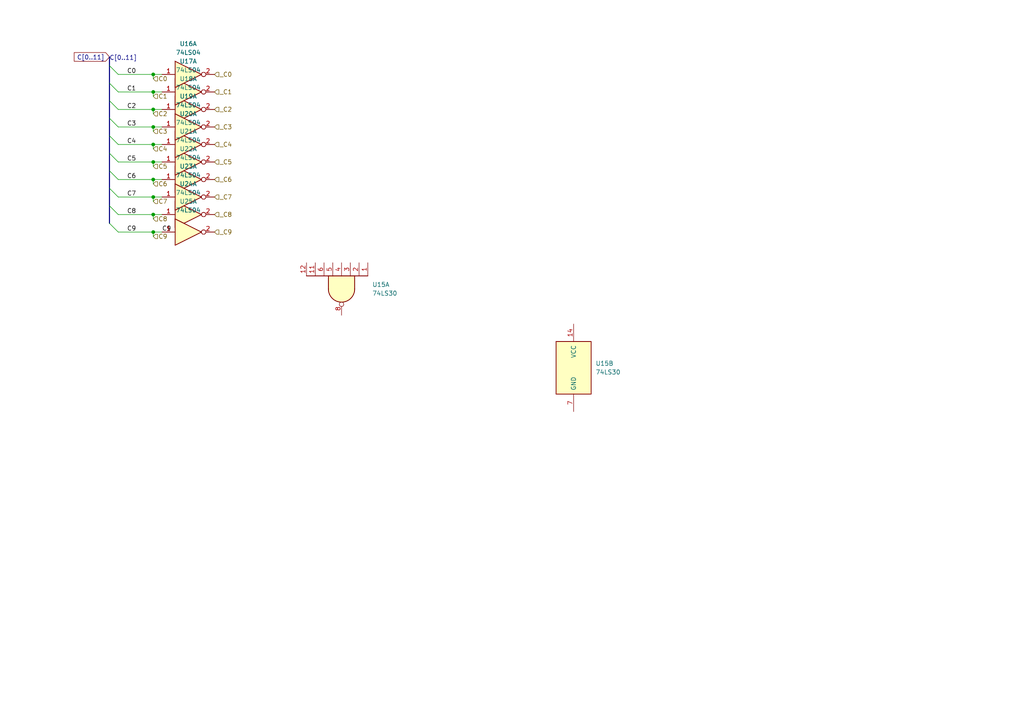
<source format=kicad_sch>
(kicad_sch (version 20250114) (generator "eeschema") (generator_version "9.0")
  (paper "A4")
  (lib_symbols
    (symbol "74xx:74LS04"
      (property "Reference" "U" (at 0 1.27 0))
      (property "Value" "74LS04" (at 0 -1.27 0))
      (symbol "74LS04_1_0"
        (polyline (pts (xy -3.81 3.81) (xy -3.81 -3.81) (xy 3.81 0) (xy -3.81 3.81)) (stroke (width 0.254)) (fill (type background)))
        (pin input line (at -7.62 0 0) (length 3.81) (name "~") (number "1"))
        (pin output inverted (at 7.62 0 180) (length 3.81) (name "~") (number "2"))
      )
      (symbol "74LS04_2_0"
        (polyline (pts (xy -3.81 3.81) (xy -3.81 -3.81) (xy 3.81 0) (xy -3.81 3.81)) (stroke (width 0.254)) (fill (type background)))
        (pin input line (at -7.62 0 0) (length 3.81) (name "~") (number "3"))
        (pin output inverted (at 7.62 0 180) (length 3.81) (name "~") (number "4"))
      )
      (symbol "74LS04_3_0"
        (polyline (pts (xy -3.81 3.81) (xy -3.81 -3.81) (xy 3.81 0) (xy -3.81 3.81)) (stroke (width 0.254)) (fill (type background)))
        (pin input line (at -7.62 0 0) (length 3.81) (name "~") (number "5"))
        (pin output inverted (at 7.62 0 180) (length 3.81) (name "~") (number "6"))
      )
      (symbol "74LS04_4_0"
        (polyline (pts (xy -3.81 3.81) (xy -3.81 -3.81) (xy 3.81 0) (xy -3.81 3.81)) (stroke (width 0.254)) (fill (type background)))
        (pin input line (at -7.62 0 0) (length 3.81) (name "~") (number "9"))
        (pin output inverted (at 7.62 0 180) (length 3.81) (name "~") (number "8"))
      )
      (symbol "74LS04_5_0"
        (polyline (pts (xy -3.81 3.81) (xy -3.81 -3.81) (xy 3.81 0) (xy -3.81 3.81)) (stroke (width 0.254)) (fill (type background)))
        (pin input line (at -7.62 0 0) (length 3.81) (name "~") (number "11"))
        (pin output inverted (at 7.62 0 180) (length 3.81) (name "~") (number "10"))
      )
      (symbol "74LS04_6_0"
        (polyline (pts (xy -3.81 3.81) (xy -3.81 -3.81) (xy 3.81 0) (xy -3.81 3.81)) (stroke (width 0.254)) (fill (type background)))
        (pin input line (at -7.62 0 0) (length 3.81) (name "~") (number "13"))
        (pin output inverted (at 7.62 0 180) (length 3.81) (name "~") (number "12"))
      )
      (symbol "74LS04_7_0"
        (pin power_in line (at 0 12.7 270) (length 5.08) (name "VCC") (number "14"))
        (pin power_in line (at 0 -12.7 90) (length 5.08) (name "GND") (number "7"))
      )
      (symbol "74LS04_7_1"
        (rectangle (start -5.08 7.62) (end 5.08 -7.62) (stroke (width 0.254)) (fill (type background)))
      )
    )
    (symbol "74xx:74LS30" (pin_names (offset 1.016))
      (property "Reference" "U" (at 0 1.27 0))
      (property "Value" "74LS30" (at 0 -1.27 0))
      (symbol "74LS30_1_1"
        (polyline (pts (xy -3.81 7.62) (xy -3.81 -10.16)) (stroke (width 0.254)))
        (arc (start 0 3.81) (mid 3.7934 0) (end 0 -3.81) (stroke (width 0.254)) (fill (type background)))
        (polyline (pts (xy 0 3.81) (xy -3.81 3.81) (xy -3.81 -3.81) (xy 0 -3.81)) (stroke (width 0.254)) (fill (type background)))
        (pin input line (at -7.62 7.62 0) (length 3.81) (name "~") (number "1"))
        (pin input line (at -7.62 5.08 0) (length 3.81) (name "~") (number "2"))
        (pin input line (at -7.62 2.54 0) (length 3.81) (name "~") (number "3"))
        (pin input line (at -7.62 0 0) (length 3.81) (name "~") (number "4"))
        (pin input line (at -7.62 -2.54 0) (length 3.81) (name "~") (number "5"))
        (pin input line (at -7.62 -5.08 0) (length 3.81) (name "~") (number "6"))
        (pin input line (at -7.62 -7.62 0) (length 3.81) (name "~") (number "11"))
        (pin input line (at -7.62 -10.16 0) (length 3.81) (name "~") (number "12"))
        (pin output inverted (at 7.62 0 180) (length 3.81) (name "~") (number "8"))
      )
      (symbol "74LS30_1_2"
        (arc (start -3.81 3.81) (mid -2.589 0) (end -3.81 -3.81) (stroke (width 0.254)))
        (polyline (pts (xy -3.81 7.62) (xy -3.81 3.81)) (stroke (width 0.254)))
        (polyline (pts (xy -3.81 3.81) (xy -0.635 3.81)) (stroke (width 0.254)) (fill (type background)))
        (polyline (pts (xy -3.81 -3.81) (xy -3.81 -10.16)) (stroke (width 0.254)))
        (polyline (pts (xy -3.81 -3.81) (xy -0.635 -3.81)) (stroke (width 0.254)) (fill (type background)))
        (arc (start 3.81 0) (mid 2.1855 -2.584) (end -0.6096 -3.81) (stroke (width 0.254)) (fill (type background)))
        (arc (start -0.6096 3.81) (mid 2.1928 2.5924) (end 3.81 0) (stroke (width 0.254)) (fill (type background)))
        (polyline (pts (xy -0.635 3.81) (xy -3.81 3.81) (xy -3.81 3.81) (xy -3.556 3.4036) (xy -3.0226 2.2606) (xy -2.6924 1.0414) (xy -2.6162 -0.254) (xy -2.7686 -1.4986) (xy -3.175 -2.7178) (xy -3.81 -3.81) (xy -3.81 -3.81) (xy -0.635 -3.81)) (stroke (width -25.4)) (fill (type background)))
        (pin input inverted (at -7.62 7.62 0) (length 3.81) (name "~") (number "1"))
        (pin input inverted (at -7.62 5.08 0) (length 3.81) (name "~") (number "2"))
        (pin input inverted (at -7.62 2.54 0) (length 4.5466) (name "~") (number "3"))
        (pin input inverted (at -7.62 0 0) (length 5.08) (name "~") (number "4"))
        (pin input inverted (at -7.62 -2.54 0) (length 4.5466) (name "~") (number "5"))
        (pin input inverted (at -7.62 -5.08 0) (length 3.81) (name "~") (number "6"))
        (pin input inverted (at -7.62 -7.62 0) (length 3.81) (name "~") (number "11"))
        (pin input inverted (at -7.62 -10.16 0) (length 3.81) (name "~") (number "12"))
        (pin output line (at 7.62 0 180) (length 3.81) (name "~") (number "8"))
      )
      (symbol "74LS30_2_0"
        (pin power_in line (at 0 12.7 270) (length 5.08) (name "VCC") (number "14"))
        (pin power_in line (at 0 -12.7 90) (length 5.08) (name "GND") (number "7"))
      )
      (symbol "74LS30_2_1"
        (rectangle (start -5.08 7.62) (end 5.08 -7.62) (stroke (width 0.254)) (fill (type background)))
      )
    )
  )
  (junction (at 44.45 21.59))
  (junction (at 44.45 67.31))
  (junction (at 44.45 46.99))
  (junction (at 44.45 41.91))
  (junction (at 44.45 26.67))
  (junction (at 44.45 62.23))
  (junction (at 44.45 57.15))
  (junction (at 44.45 31.75))
  (junction (at 44.45 52.07))
  (junction (at 44.45 36.83))
  (bus_entry (at 31.75 29.21) (size 2.54 2.54))
  (bus_entry (at 31.75 39.37) (size 2.54 2.54))
  (bus_entry (at 31.75 49.53) (size 2.54 2.54))
  (bus_entry (at 31.75 34.29) (size 2.54 2.54))
  (bus_entry (at 31.75 44.45) (size 2.54 2.54))
  (bus_entry (at 31.75 59.69) (size 2.54 2.54))
  (bus_entry (at 31.75 54.61) (size 2.54 2.54))
  (bus_entry (at 31.75 19.05) (size 2.54 2.54))
  (bus_entry (at 31.75 64.77) (size 2.54 2.54))
  (bus_entry (at 31.75 24.13) (size 2.54 2.54))
  (wire (pts (xy 44.45 46.99) (xy 46.99 46.99)))
  (wire (pts (xy 44.45 21.59) (xy 46.99 21.59)))
  (wire (pts (xy 44.45 62.23) (xy 44.45 63.5)))
  (wire (pts (xy 44.45 21.59) (xy 44.45 22.86)))
  (wire (pts (xy 44.45 31.75) (xy 44.45 33.02)))
  (bus (pts (xy 31.75 39.37) (xy 31.75 44.45)))
  (bus (pts (xy 31.75 44.45) (xy 31.75 49.53)))
  (wire (pts (xy 44.45 36.83) (xy 44.45 38.1)))
  (bus (pts (xy 31.75 19.05) (xy 31.75 24.13)))
  (bus (pts (xy 31.75 54.61) (xy 31.75 59.69)))
  (bus (pts (xy 31.75 29.21) (xy 31.75 34.29)))
  (wire (pts (xy 44.45 26.67) (xy 44.45 27.94)))
  (wire (pts (xy 34.29 31.75) (xy 44.45 31.75)))
  (wire (pts (xy 34.29 67.31) (xy 44.45 67.31)))
  (wire (pts (xy 44.45 36.83) (xy 46.99 36.83)))
  (wire (pts (xy 34.29 52.07) (xy 44.45 52.07)))
  (wire (pts (xy 34.29 57.15) (xy 44.45 57.15)))
  (wire (pts (xy 44.45 67.31) (xy 46.99 67.31)))
  (wire (pts (xy 34.29 62.23) (xy 44.45 62.23)))
  (wire (pts (xy 44.45 31.75) (xy 46.99 31.75)))
  (wire (pts (xy 44.45 41.91) (xy 46.99 41.91)))
  (wire (pts (xy 44.45 57.15) (xy 44.45 58.42)))
  (bus (pts (xy 31.75 34.29) (xy 31.75 39.37)))
  (wire (pts (xy 44.45 41.91) (xy 44.45 43.18)))
  (wire (pts (xy 44.45 52.07) (xy 44.45 53.34)))
  (wire (pts (xy 34.29 21.59) (xy 44.45 21.59)))
  (wire (pts (xy 44.45 46.99) (xy 44.45 48.26)))
  (wire (pts (xy 44.45 26.67) (xy 46.99 26.67)))
  (wire (pts (xy 44.45 52.07) (xy 46.99 52.07)))
  (wire (pts (xy 34.29 36.83) (xy 44.45 36.83)))
  (bus (pts (xy 31.75 49.53) (xy 31.75 54.61)))
  (wire (pts (xy 44.45 62.23) (xy 46.99 62.23)))
  (bus (pts (xy 31.75 16.51) (xy 31.75 19.05)))
  (wire (pts (xy 34.29 26.67) (xy 44.45 26.67)))
  (bus (pts (xy 31.75 24.13) (xy 31.75 29.21)))
  (wire (pts (xy 34.29 41.91) (xy 44.45 41.91)))
  (wire (pts (xy 44.45 67.31) (xy 44.45 68.58)))
  (bus (pts (xy 31.75 59.69) (xy 31.75 64.77)))
  (wire (pts (xy 44.45 57.15) (xy 46.99 57.15)))
  (wire (pts (xy 34.29 46.99) (xy 44.45 46.99)))
  (label "C2" (at 36.83 31.75 0))
  (label "C7" (at 36.83 57.15 0))
  (label "C5" (at 36.83 46.99 0))
  (label "C0" (at 36.83 21.59 0))
  (label "C4" (at 36.83 41.91 0))
  (label "C9" (at 46.99 67.31 0))
  (label "C9" (at 36.83 67.31 0))
  (label "C3" (at 36.83 36.83 0))
  (label "C1" (at 36.83 26.67 0))
  (label "C6" (at 36.83 52.07 0))
  (label "C[0..11]" (at 31.75 17.78 0))
  (label "C8" (at 36.83 62.23 0))
  (global_label "C[0..11]" (shape input) (at 31.75 16.51 180) (property "Intersheetrefs" "${INTERSHEET_REFS}" (effects (hide yes))))
  (hierarchical_label "_C2" (shape input) (at 62.23 31.75 0))
  (hierarchical_label "C8" (shape input) (at 44.45 63.5 0))
  (hierarchical_label "C7" (shape input) (at 44.45 58.42 0))
  (hierarchical_label "C1" (shape input) (at 44.45 27.94 0))
  (hierarchical_label "_C5" (shape input) (at 62.23 46.99 0))
  (hierarchical_label "C0" (shape input) (at 44.45 22.86 0))
  (hierarchical_label "_C0" (shape input) (at 62.23 21.59 0))
  (hierarchical_label "_C4" (shape input) (at 62.23 41.91 0))
  (hierarchical_label "_C6" (shape input) (at 62.23 52.07 0))
  (hierarchical_label "_C9" (shape input) (at 62.23 67.31 0))
  (hierarchical_label "C5" (shape input) (at 44.45 48.26 0))
  (hierarchical_label "C4" (shape input) (at 44.45 43.18 0))
  (hierarchical_label "C3" (shape input) (at 44.45 38.1 0))
  (hierarchical_label "_C1" (shape input) (at 62.23 26.67 0))
  (hierarchical_label "C6" (shape input) (at 44.45 53.34 0))
  (hierarchical_label "_C3" (shape input) (at 62.23 36.83 0))
  (hierarchical_label "_C7" (shape input) (at 62.23 57.15 0))
  (hierarchical_label "_C8" (shape input) (at 62.23 62.23 0))
  (hierarchical_label "C2" (shape input) (at 44.45 33.02 0))
  (hierarchical_label "C9" (shape input) (at 44.45 68.58 0))
  (symbol (lib_id "74xx:74LS04") (at 54.61 57.15 0) (unit 1)
    (property "Reference" "U23" (at 54.61 48.26 0))
    (property "Value" "74LS04" (at 54.61 50.8 0))
    (property "Datasheet" "http://www.ti.com/lit/gpn/sn74LS04" (effects (hide yes)))
    (property "Description" "Hex Inverter" (effects (hide yes)))
  )
  (symbol (lib_id "74xx:74LS30") (at 166.37 106.68 0) (unit 2)
    (property "Reference" "U15" (at 172.72 105.4099 0) (effects (justify left)))
    (property "Value" "74LS30" (at 172.72 107.9499 0) (effects (justify left)))
    (property "Datasheet" "http://www.ti.com/lit/gpn/sn74LS30" (effects (hide yes)))
    (property "Description" "8-input NAND" (effects (hide yes)))
  )
  (symbol (lib_id "74xx:74LS04") (at 54.61 36.83 0) (unit 1)
    (property "Reference" "U19" (at 54.61 27.94 0))
    (property "Value" "74LS04" (at 54.61 30.48 0))
    (property "Datasheet" "http://www.ti.com/lit/gpn/sn74LS04" (effects (hide yes)))
    (property "Description" "Hex Inverter" (effects (hide yes)))
  )
  (symbol (lib_id "74xx:74LS04") (at 54.61 52.07 0) (unit 1)
    (property "Reference" "U22" (at 54.61 43.18 0))
    (property "Value" "74LS04" (at 54.61 45.72 0))
    (property "Datasheet" "http://www.ti.com/lit/gpn/sn74LS04" (effects (hide yes)))
    (property "Description" "Hex Inverter" (effects (hide yes)))
  )
  (symbol (lib_id "74xx:74LS30") (at 99.06 83.82 270) (unit 1)
    (property "Reference" "U15" (at 107.95 82.5416 90) (effects (justify left)))
    (property "Value" "74LS30" (at 107.95 85.0816 90) (effects (justify left)))
    (property "Datasheet" "http://www.ti.com/lit/gpn/sn74LS30" (effects (hide yes)))
    (property "Description" "8-input NAND" (effects (hide yes)))
  )
  (symbol (lib_id "74xx:74LS04") (at 54.61 41.91 0) (unit 1)
    (property "Reference" "U20" (at 54.61 33.02 0))
    (property "Value" "74LS04" (at 54.61 35.56 0))
    (property "Datasheet" "http://www.ti.com/lit/gpn/sn74LS04" (effects (hide yes)))
    (property "Description" "Hex Inverter" (effects (hide yes)))
  )
  (symbol (lib_id "74xx:74LS04") (at 54.61 46.99 0) (unit 1)
    (property "Reference" "U21" (at 54.61 38.1 0))
    (property "Value" "74LS04" (at 54.61 40.64 0))
    (property "Datasheet" "http://www.ti.com/lit/gpn/sn74LS04" (effects (hide yes)))
    (property "Description" "Hex Inverter" (effects (hide yes)))
  )
  (symbol (lib_id "74xx:74LS04") (at 54.61 67.31 0) (unit 1)
    (property "Reference" "U25" (at 54.61 58.42 0))
    (property "Value" "74LS04" (at 54.61 60.96 0))
    (property "Datasheet" "http://www.ti.com/lit/gpn/sn74LS04" (effects (hide yes)))
    (property "Description" "Hex Inverter" (effects (hide yes)))
  )
  (symbol (lib_id "74xx:74LS04") (at 54.61 21.59 0) (unit 1)
    (property "Reference" "U16" (at 54.61 12.7 0))
    (property "Value" "74LS04" (at 54.61 15.24 0))
    (property "Datasheet" "http://www.ti.com/lit/gpn/sn74LS04" (effects (hide yes)))
    (property "Description" "Hex Inverter" (effects (hide yes)))
  )
  (symbol (lib_id "74xx:74LS04") (at 54.61 62.23 0) (unit 1)
    (property "Reference" "U24" (at 54.61 53.34 0))
    (property "Value" "74LS04" (at 54.61 55.88 0))
    (property "Datasheet" "http://www.ti.com/lit/gpn/sn74LS04" (effects (hide yes)))
    (property "Description" "Hex Inverter" (effects (hide yes)))
  )
  (symbol (lib_id "74xx:74LS04") (at 54.61 26.67 0) (unit 1)
    (property "Reference" "U17" (at 54.61 17.78 0))
    (property "Value" "74LS04" (at 54.61 20.32 0))
    (property "Datasheet" "http://www.ti.com/lit/gpn/sn74LS04" (effects (hide yes)))
    (property "Description" "Hex Inverter" (effects (hide yes)))
  )
  (symbol (lib_id "74xx:74LS04") (at 54.61 31.75 0) (unit 1)
    (property "Reference" "U18" (at 54.61 22.86 0))
    (property "Value" "74LS04" (at 54.61 25.4 0))
    (property "Datasheet" "http://www.ti.com/lit/gpn/sn74LS04" (effects (hide yes)))
    (property "Description" "Hex Inverter" (effects (hide yes)))
  )
)
</source>
